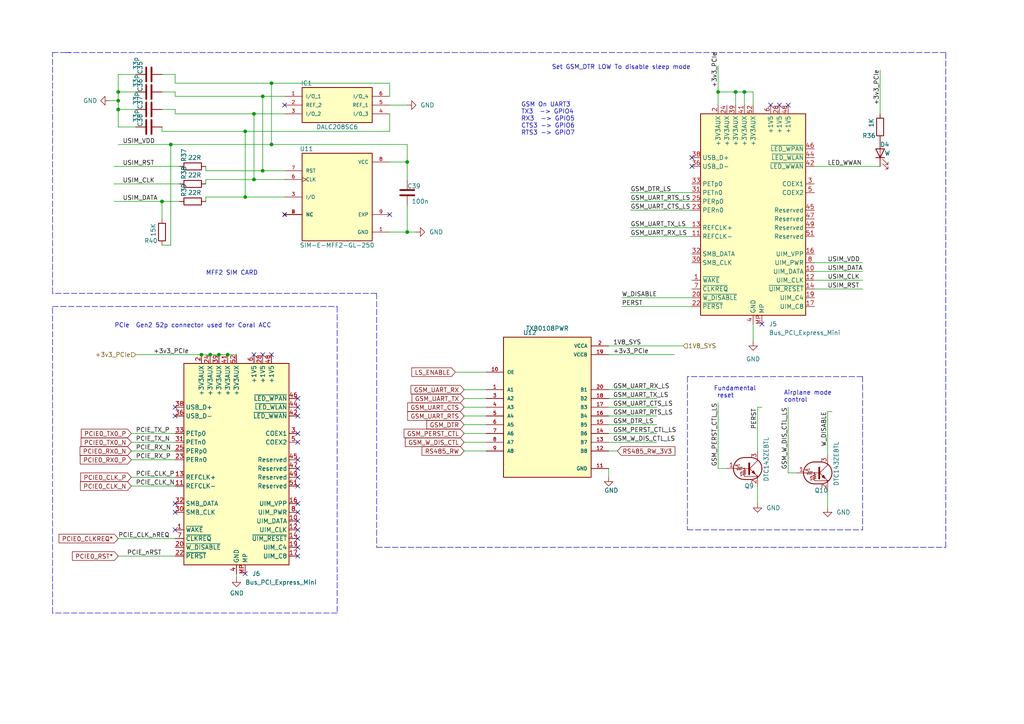
<source format=kicad_sch>
(kicad_sch (version 20211123) (generator eeschema)
  (paper "A4")
  (lib_symbols
    (symbol "Connector:Bus_PCI_Express_Mini"
      (property "Reference" "J" (at -16.51 31.75 0))
      (property "Value" "Bus_PCI_Express_Mini" (at 22.86 31.75 0))
      (symbol "Bus_PCI_Express_Mini_0_1"
        (rectangle (start -15.24 30.48) (end 15.24 -27.94) (stroke (width 0.254)) (fill (type background)))
      )
      (symbol "Bus_PCI_Express_Mini_1_1"
        (pin open_collector line (at -17.78 -17.78 0) (length 2.54) (name "~{WAKE}") (number "1"))
        (pin bidirectional line (at 17.78 -15.24 180) (length 2.54) (name "UIM_DATA") (number "10"))
        (pin input line (at -17.78 -5.08 0) (length 2.54) (name "REFCLK-") (number "11"))
        (pin output line (at 17.78 -17.78 180) (length 2.54) (name "UIM_CLK") (number "12"))
        (pin input line (at -17.78 -2.54 0) (length 2.54) (name "REFCLK+") (number "13"))
        (pin output line (at 17.78 -20.32 180) (length 2.54) (name "~{UIM_RESET}") (number "14"))
        (pin passive line (at 0 -30.48 90) (length 2.54) hide (name "GND") (number "15"))
        (pin power_out line (at 17.78 -10.16 180) (length 2.54) (name "UIM_VPP") (number "16"))
        (pin passive line (at 17.78 -25.4 180) (length 2.54) (name "UIM_C8") (number "17"))
        (pin passive line (at 0 -30.48 90) (length 2.54) hide (name "GND") (number "18"))
        (pin passive line (at 17.78 -22.86 180) (length 2.54) (name "UIM_C4") (number "19"))
        (pin power_in line (at -10.16 33.02 270) (length 2.54) (name "+3V3AUX") (number "2"))
        (pin input line (at -17.78 -22.86 0) (length 2.54) (name "~{W_DISABLE}") (number "20"))
        (pin passive line (at 0 -30.48 90) (length 2.54) hide (name "GND") (number "21"))
        (pin input line (at -17.78 -25.4 0) (length 2.54) (name "~{PERST}") (number "22"))
        (pin output line (at -17.78 2.54 0) (length 2.54) (name "PERn0") (number "23"))
        (pin power_in line (at -7.62 33.02 270) (length 2.54) (name "+3V3AUX") (number "24"))
        (pin output line (at -17.78 5.08 0) (length 2.54) (name "PERp0") (number "25"))
        (pin passive line (at 0 -30.48 90) (length 2.54) hide (name "GND") (number "26"))
        (pin passive line (at 0 -30.48 90) (length 2.54) hide (name "GND") (number "27"))
        (pin power_in line (at 7.62 33.02 270) (length 2.54) (name "+1V5") (number "28"))
        (pin passive line (at 0 -30.48 90) (length 2.54) hide (name "GND") (number "29"))
        (pin passive line (at 17.78 10.16 180) (length 2.54) (name "COEX1") (number "3"))
        (pin input line (at -17.78 -12.7 0) (length 2.54) (name "SMB_CLK") (number "30"))
        (pin input line (at -17.78 7.62 0) (length 2.54) (name "PETn0") (number "31"))
        (pin bidirectional line (at -17.78 -10.16 0) (length 2.54) (name "SMB_DATA") (number "32"))
        (pin input line (at -17.78 10.16 0) (length 2.54) (name "PETp0") (number "33"))
        (pin passive line (at 0 -30.48 90) (length 2.54) hide (name "GND") (number "34"))
        (pin passive line (at 0 -30.48 90) (length 2.54) hide (name "GND") (number "35"))
        (pin bidirectional line (at -17.78 15.24 0) (length 2.54) (name "USB_D-") (number "36"))
        (pin passive line (at 0 -30.48 90) (length 2.54) hide (name "GND") (number "37"))
        (pin bidirectional line (at -17.78 17.78 0) (length 2.54) (name "USB_D+") (number "38"))
        (pin power_in line (at -5.08 33.02 270) (length 2.54) (name "+3V3AUX") (number "39"))
        (pin power_in line (at 0 -30.48 90) (length 2.54) (name "GND") (number "4"))
        (pin passive line (at 0 -30.48 90) (length 2.54) hide (name "GND") (number "40"))
        (pin power_in line (at -2.54 33.02 270) (length 2.54) (name "+3V3AUX") (number "41"))
        (pin open_collector line (at 17.78 15.24 180) (length 2.54) (name "~{LED_WWAN}") (number "42"))
        (pin passive line (at 0 -30.48 90) (length 2.54) hide (name "GND") (number "43"))
        (pin open_collector line (at 17.78 17.78 180) (length 2.54) (name "~{LED_WLAN}") (number "44"))
        (pin passive line (at 17.78 2.54 180) (length 2.54) (name "Reserved") (number "45"))
        (pin open_collector line (at 17.78 20.32 180) (length 2.54) (name "~{LED_WPAN}") (number "46"))
        (pin passive line (at 17.78 0 180) (length 2.54) (name "Reserved") (number "47"))
        (pin power_in line (at 10.16 33.02 270) (length 2.54) (name "+1V5") (number "48"))
        (pin passive line (at 17.78 -2.54 180) (length 2.54) (name "Reserved") (number "49"))
        (pin passive line (at 17.78 7.62 180) (length 2.54) (name "COEX2") (number "5"))
        (pin passive line (at 0 -30.48 90) (length 2.54) hide (name "GND") (number "50"))
        (pin passive line (at 17.78 -5.08 180) (length 2.54) (name "Reserved") (number "51"))
        (pin power_in line (at 0 33.02 270) (length 2.54) (name "+3V3AUX") (number "52"))
        (pin power_in line (at 5.08 33.02 270) (length 2.54) (name "+1V5") (number "6"))
        (pin open_collector line (at -17.78 -20.32 0) (length 2.54) (name "~{CLKREQ}") (number "7"))
        (pin power_out line (at 17.78 -12.7 180) (length 2.54) (name "UIM_PWR") (number "8"))
        (pin passive line (at 0 -30.48 90) (length 2.54) hide (name "GND") (number "9"))
        (pin passive line (at 2.54 -30.48 90) (length 2.54) (name "MP") (number "MP"))
      )
    )
    (symbol "DALC208SC6:DALC208SC6" (pin_names (offset 1.016))
      (property "Reference" "IC" (at 26.67 7.62 0))
      (property "Value" "DALC208SC6" (at 26.67 5.08 0))
      (symbol "DALC208SC6_0_0"
        (rectangle (start 5.08 -7.62) (end 25.4 2.54) (stroke (width 0.254)) (fill (type background)))
        (pin bidirectional line (at 0 0 0) (length 5.08) (name "I/O_1") (number "1"))
        (pin bidirectional line (at 0 -2.54 0) (length 5.08) (name "REF_2") (number "2"))
        (pin bidirectional line (at 0 -5.08 0) (length 5.08) (name "I/O_2") (number "3"))
        (pin bidirectional line (at 30.48 -5.08 180) (length 5.08) (name "I/O_3") (number "4"))
        (pin bidirectional line (at 30.48 -2.54 180) (length 5.08) (name "REF_1") (number "5"))
        (pin bidirectional line (at 30.48 0 180) (length 5.08) (name "I/O_4") (number "6"))
      )
    )
    (symbol "Device:C" (pin_numbers hide) (pin_names (offset 0.254))
      (property "Reference" "C" (at 0.635 2.54 0))
      (property "Value" "C" (at 0.635 -2.54 0))
      (symbol "C_0_1"
        (polyline (pts (xy -2.032 -0.762) (xy 2.032 -0.762)) (stroke (width 0.508)))
        (polyline (pts (xy -2.032 0.762) (xy 2.032 0.762)) (stroke (width 0.508)))
      )
      (symbol "C_1_1"
        (pin passive line (at 0 3.81 270) (length 2.794) (name "~") (number "1"))
        (pin passive line (at 0 -3.81 90) (length 2.794) (name "~") (number "2"))
      )
    )
    (symbol "Device:LED" (pin_numbers hide) (pin_names (offset 1.016) hide)
      (property "Reference" "D" (at 0 2.54 0))
      (property "Value" "LED" (at 0 -2.54 0))
      (symbol "LED_0_1"
        (polyline (pts (xy -1.27 -1.27) (xy -1.27 1.27)) (stroke (width 0.254)))
        (polyline (pts (xy -1.27 0) (xy 1.27 0)))
        (polyline (pts (xy 1.27 -1.27) (xy 1.27 1.27) (xy -1.27 0) (xy 1.27 -1.27)) (stroke (width 0.254)))
        (polyline (pts (xy -3.048 -0.762) (xy -4.572 -2.286) (xy -3.81 -2.286) (xy -4.572 -2.286) (xy -4.572 -1.524)))
        (polyline (pts (xy -1.778 -0.762) (xy -3.302 -2.286) (xy -2.54 -2.286) (xy -3.302 -2.286) (xy -3.302 -1.524)))
      )
      (symbol "LED_1_1"
        (pin passive line (at -3.81 0 0) (length 2.54) (name "K") (number "1"))
        (pin passive line (at 3.81 0 180) (length 2.54) (name "A") (number "2"))
      )
    )
    (symbol "Device:R" (pin_numbers hide) (pin_names (offset 0))
      (property "Reference" "R" (at 2.032 0 90))
      (property "Value" "R" (at 0 0 90))
      (symbol "R_0_1"
        (rectangle (start -1.016 -2.54) (end 1.016 2.54) (stroke (width 0.254)))
      )
      (symbol "R_1_1"
        (pin passive line (at 0 3.81 270) (length 1.27) (name "~") (number "1"))
        (pin passive line (at 0 -3.81 90) (length 1.27) (name "~") (number "2"))
      )
    )
    (symbol "SIM-E-MFF2-GL-250:SIM-E-MFF2-GL-250" (pin_names (offset 1.016))
      (property "Reference" "U" (at -10.16 13.462 0))
      (property "Value" "SIM-E-MFF2-GL-250" (at -10.16 -15.24 0))
      (symbol "SIM-E-MFF2-GL-250_0_0"
        (rectangle (start -10.16 -12.7) (end 10.16 12.7) (stroke (width 0.254)) (fill (type background)))
        (pin power_in line (at 15.24 -10.16 180) (length 5.08) (name "GND") (number "1"))
        (pin no_connect line (at -15.24 -5.08 0) (length 5.08) (name "NC") (number "2"))
        (pin bidirectional line (at -15.24 0 0) (length 5.08) (name "I/O") (number "3"))
        (pin no_connect line (at -15.24 -5.08 0) (length 5.08) (name "NC") (number "4"))
        (pin no_connect line (at -15.24 -5.08 0) (length 5.08) (name "NC") (number "5"))
        (pin input clock (at -15.24 5.08 0) (length 5.08) (name "CLK") (number "6"))
        (pin input line (at -15.24 7.62 0) (length 5.08) (name "RST") (number "7"))
        (pin power_in line (at 15.24 10.16 180) (length 5.08) (name "VCC") (number "8"))
        (pin passive line (at 15.24 -5.08 180) (length 5.08) (name "EXP") (number "9"))
      )
    )
    (symbol "TXB0108PWR:TXB0108PWR" (pin_names (offset 1.016))
      (property "Reference" "U" (at -12.7 23.86 0))
      (property "Value" "TXB0108PWR" (at -12.7 -21.78 0))
      (symbol "TXB0108PWR_0_0"
        (rectangle (start -12.7 -17.78) (end 12.7 22.86) (stroke (width 0.254)) (fill (type background)))
        (pin bidirectional line (at -17.78 7.62 0) (length 5.08) (name "A1") (number "1"))
        (pin input line (at -17.78 12.7 0) (length 5.08) (name "OE") (number "10"))
        (pin power_in line (at 17.78 -15.24 180) (length 5.08) (name "GND") (number "11"))
        (pin bidirectional line (at 17.78 -10.16 180) (length 5.08) (name "B8") (number "12"))
        (pin bidirectional line (at 17.78 -7.62 180) (length 5.08) (name "B7") (number "13"))
        (pin bidirectional line (at 17.78 -5.08 180) (length 5.08) (name "B6") (number "14"))
        (pin bidirectional line (at 17.78 -2.54 180) (length 5.08) (name "B5") (number "15"))
        (pin bidirectional line (at 17.78 0 180) (length 5.08) (name "B4") (number "16"))
        (pin bidirectional line (at 17.78 2.54 180) (length 5.08) (name "B3") (number "17"))
        (pin bidirectional line (at 17.78 5.08 180) (length 5.08) (name "B2") (number "18"))
        (pin power_in line (at 17.78 17.78 180) (length 5.08) (name "VCCB") (number "19"))
        (pin power_in line (at 17.78 20.32 180) (length 5.08) (name "VCCA") (number "2"))
        (pin bidirectional line (at 17.78 7.62 180) (length 5.08) (name "B1") (number "20"))
        (pin bidirectional line (at -17.78 5.08 0) (length 5.08) (name "A2") (number "3"))
        (pin bidirectional line (at -17.78 2.54 0) (length 5.08) (name "A3") (number "4"))
        (pin bidirectional line (at -17.78 0 0) (length 5.08) (name "A4") (number "5"))
        (pin bidirectional line (at -17.78 -2.54 0) (length 5.08) (name "A5") (number "6"))
        (pin bidirectional line (at -17.78 -5.08 0) (length 5.08) (name "A6") (number "7"))
        (pin bidirectional line (at -17.78 -7.62 0) (length 5.08) (name "A7") (number "8"))
        (pin bidirectional line (at -17.78 -10.16 0) (length 5.08) (name "A8") (number "9"))
      )
    )
    (symbol "Transistor_BJT:DTC143Z" (pin_names (offset 0) hide)
      (property "Reference" "Q" (at 5.08 1.905 0))
      (property "Value" "DTC143Z" (at 5.08 0 0))
      (symbol "DTC143Z_0_0"
        (text "47k" (at -2.159 -1.524 900) (effects (font (size 0.508 0.508))))
        (text "4k7" (at -3.302 0.889 0) (effects (font (size 0.508 0.508))))
      )
      (symbol "DTC143Z_0_1"
        (circle (center -1.27 0) (radius 0.127))
        (arc (start -1.27 3.175) (mid -4.445 0) (end -1.27 -3.175) (stroke (width 0.254)))
        (polyline (pts (xy -3.429 0) (xy -3.81 0)))
        (polyline (pts (xy -1.27 -3.175) (xy 0.635 -3.175)) (stroke (width 0.254)))
        (polyline (pts (xy -1.27 3.175) (xy 0.635 3.175)) (stroke (width 0.254)))
        (polyline (pts (xy 0 -0.254) (xy 2.54 2.286)))
        (polyline (pts (xy 0.127 1.524) (xy 0.127 -1.651)) (stroke (width 0.508)) (fill (type outline)))
        (polyline (pts (xy 2.54 2.286) (xy 2.54 2.54)))
        (polyline (pts (xy 2.54 -2.286) (xy 0 0.254) (xy 0 0.254)))
        (polyline (pts (xy 0.889 -1.143) (xy 1.397 -0.635) (xy 1.905 -1.651) (xy 0.889 -1.143)) (fill (type outline)))
        (polyline (pts (xy 0 0) (xy -1.905 0) (xy -2.032 0.508) (xy -2.286 -0.508) (xy -2.54 0.508) (xy -2.794 -0.508) (xy -3.048 0.508) (xy -3.302 -0.508) (xy -3.429 0)))
        (polyline (pts (xy -1.27 0) (xy -1.27 -0.381) (xy -0.762 -0.508) (xy -1.778 -0.762) (xy -0.762 -1.016) (xy -1.778 -1.27) (xy -0.762 -1.524) (xy -1.778 -1.778) (xy -1.27 -1.905) (xy -1.27 -2.286) (xy 2.54 -2.286)))
        (arc (start 0.635 -3.175) (mid 3.81 0) (end 0.635 3.175) (stroke (width 0.254)))
        (circle (center 2.54 -2.286) (radius 0.127))
      )
      (symbol "DTC143Z_1_1"
        (pin input line (at -6.35 0 0) (length 2.54) (name "B") (number "1"))
        (pin passive line (at 2.54 -5.08 90) (length 2.54) (name "E") (number "2"))
        (pin passive line (at 2.54 5.08 270) (length 2.54) (name "C") (number "3"))
      )
    )
    (symbol "power:GND" (power) (pin_names (offset 0))
      (property "Value" "GND" (at 0 -3.81 0))
      (symbol "GND_0_1"
        (polyline (pts (xy 0 0) (xy 0 -1.27) (xy 1.27 -1.27) (xy 0 -2.54) (xy -1.27 -1.27) (xy 0 -1.27)))
      )
      (symbol "GND_1_1"
        (pin power_in line (at 0 0 270) (length 0) hide (name "GND") (number "1"))
      )
    )
  )
  (junction (at 78.74 41.91))
  (junction (at 46.99 58.42))
  (junction (at 215.9 26.67))
  (junction (at 34.29 26.67))
  (junction (at 208.28 26.67))
  (junction (at 34.29 31.75))
  (junction (at 213.36 26.67))
  (junction (at 118.11 67.31))
  (junction (at 76.2 27.94))
  (junction (at 71.12 57.15))
  (junction (at 78.74 24.13))
  (junction (at 118.11 46.99))
  (junction (at 49.53 41.91))
  (junction (at 73.66 33.02))
  (junction (at 76.2 49.53))
  (junction (at 63.5 102.87))
  (junction (at 34.29 29.21))
  (junction (at 58.42 102.87))
  (junction (at 73.66 52.07))
  (junction (at 60.96 102.87))
  (junction (at 71.12 38.1))
  (junction (at 66.04 102.87))
  (no_connect (at 50.8 120.65))
  (no_connect (at 76.2 102.87))
  (no_connect (at 50.8 118.11))
  (no_connect (at 86.36 153.67))
  (no_connect (at 86.36 156.21))
  (no_connect (at 86.36 138.43))
  (no_connect (at 86.36 161.29))
  (no_connect (at 86.36 140.97))
  (no_connect (at 220.98 93.98))
  (no_connect (at 86.36 133.35))
  (no_connect (at 86.36 125.73))
  (no_connect (at 71.12 166.37))
  (no_connect (at 86.36 120.65))
  (no_connect (at 86.36 115.57))
  (no_connect (at 223.52 30.48))
  (no_connect (at 73.66 102.87))
  (no_connect (at 82.55 62.23))
  (no_connect (at 78.74 102.87))
  (no_connect (at 82.55 30.48))
  (no_connect (at 86.36 151.13))
  (no_connect (at 86.36 118.11))
  (no_connect (at 200.66 45.72))
  (no_connect (at 86.36 128.27))
  (no_connect (at 113.03 62.23))
  (no_connect (at 50.8 146.05))
  (no_connect (at 50.8 153.67))
  (no_connect (at 86.36 158.75))
  (no_connect (at 50.8 148.59))
  (no_connect (at 226.06 30.48))
  (no_connect (at 86.36 146.05))
  (no_connect (at 228.6 30.48))
  (no_connect (at 200.66 48.26))
  (no_connect (at 86.36 135.89))
  (no_connect (at 86.36 148.59))
  (wire (pts (xy 76.2 27.94) (xy 82.55 27.94)))
  (polyline (pts (xy 274.32 158.75) (xy 274.32 15.24)))
  (wire (pts (xy 134.62 118.11) (xy 140.97 118.11)))
  (wire (pts (xy 208.28 26.67) (xy 208.28 30.48)))
  (wire (pts (xy 50.8 24.13) (xy 78.74 24.13)))
  (wire (pts (xy 46.99 71.12) (xy 49.53 71.12)))
  (wire (pts (xy 134.62 125.73) (xy 140.97 125.73)))
  (wire (pts (xy 118.11 52.07) (xy 118.11 46.99)))
  (polyline (pts (xy 250.19 109.22) (xy 199.39 109.22)))
  (wire (pts (xy 78.74 41.91) (xy 78.74 24.13)))
  (wire (pts (xy 76.2 49.53) (xy 76.2 27.94)))
  (wire (pts (xy 215.9 26.67) (xy 213.36 26.67)))
  (wire (pts (xy 208.28 116.84) (xy 208.28 135.89)))
  (polyline (pts (xy 15.24 177.8) (xy 15.24 88.9)))
  (wire (pts (xy 208.28 19.05) (xy 208.28 26.67)))
  (wire (pts (xy 132.08 107.95) (xy 140.97 107.95)))
  (wire (pts (xy 34.29 41.91) (xy 49.53 41.91)))
  (wire (pts (xy 59.69 49.53) (xy 59.69 48.26)))
  (polyline (pts (xy 139.7 15.24) (xy 137.16 15.24)))
  (wire (pts (xy 60.96 102.87) (xy 63.5 102.87)))
  (wire (pts (xy 49.53 41.91) (xy 78.74 41.91)))
  (wire (pts (xy 34.29 26.67) (xy 39.37 26.67)))
  (wire (pts (xy 236.22 78.74) (xy 250.19 78.74)))
  (wire (pts (xy 236.22 76.2) (xy 250.19 76.2)))
  (wire (pts (xy 59.69 57.15) (xy 71.12 57.15)))
  (polyline (pts (xy 97.79 177.8) (xy 15.24 177.8)))
  (wire (pts (xy 38.1 130.81) (xy 50.8 130.81)))
  (wire (pts (xy 182.88 58.42) (xy 200.66 58.42)))
  (wire (pts (xy 59.69 52.07) (xy 73.66 52.07)))
  (wire (pts (xy 182.88 60.96) (xy 200.66 60.96)))
  (polyline (pts (xy 250.19 109.22) (xy 250.19 153.67)))
  (polyline (pts (xy 109.22 85.09) (xy 109.22 158.75)))
  (polyline (pts (xy 97.79 88.9) (xy 97.79 177.8)))
  (wire (pts (xy 176.53 120.65) (xy 190.5 120.65)))
  (wire (pts (xy 176.53 100.33) (xy 198.12 100.33)))
  (wire (pts (xy 82.55 52.07) (xy 73.66 52.07)))
  (wire (pts (xy 73.66 33.02) (xy 82.55 33.02)))
  (wire (pts (xy 39.37 102.87) (xy 58.42 102.87)))
  (wire (pts (xy 134.62 123.19) (xy 140.97 123.19)))
  (wire (pts (xy 46.99 38.1) (xy 71.12 38.1)))
  (wire (pts (xy 59.69 57.15) (xy 59.69 58.42)))
  (wire (pts (xy 228.6 118.11) (xy 228.6 137.16)))
  (wire (pts (xy 179.07 130.81) (xy 176.53 130.81)))
  (wire (pts (xy 176.53 135.89) (xy 176.53 138.43)))
  (wire (pts (xy 180.34 86.36) (xy 200.66 86.36)))
  (wire (pts (xy 134.62 130.81) (xy 140.97 130.81)))
  (wire (pts (xy 34.29 36.83) (xy 34.29 31.75)))
  (wire (pts (xy 50.8 21.59) (xy 46.99 21.59)))
  (polyline (pts (xy 15.24 85.09) (xy 15.24 15.24)))
  (wire (pts (xy 118.11 46.99) (xy 118.11 41.91)))
  (wire (pts (xy 78.74 24.13) (xy 113.03 24.13)))
  (wire (pts (xy 58.42 102.87) (xy 60.96 102.87)))
  (wire (pts (xy 240.03 132.08) (xy 240.03 119.38)))
  (wire (pts (xy 118.11 67.31) (xy 113.03 67.31)))
  (wire (pts (xy 208.28 26.67) (xy 213.36 26.67)))
  (wire (pts (xy 182.88 66.04) (xy 200.66 66.04)))
  (wire (pts (xy 78.74 41.91) (xy 118.11 41.91)))
  (wire (pts (xy 39.37 21.59) (xy 34.29 21.59)))
  (wire (pts (xy 31.75 29.21) (xy 34.29 29.21)))
  (wire (pts (xy 34.29 31.75) (xy 34.29 29.21)))
  (wire (pts (xy 219.71 130.81) (xy 219.71 118.11)))
  (wire (pts (xy 50.8 27.94) (xy 76.2 27.94)))
  (wire (pts (xy 236.22 81.28) (xy 250.19 81.28)))
  (wire (pts (xy 68.58 167.64) (xy 68.58 166.37)))
  (polyline (pts (xy 109.22 85.09) (xy 15.24 85.09)))
  (wire (pts (xy 33.02 48.26) (xy 52.07 48.26)))
  (polyline (pts (xy 139.7 15.24) (xy 139.7 15.24)))
  (wire (pts (xy 50.8 33.02) (xy 73.66 33.02)))
  (wire (pts (xy 38.1 128.27) (xy 50.8 128.27)))
  (wire (pts (xy 218.44 26.67) (xy 215.9 26.67)))
  (wire (pts (xy 134.62 128.27) (xy 140.97 128.27)))
  (wire (pts (xy 240.03 119.38) (xy 241.3 119.38)))
  (wire (pts (xy 38.1 133.35) (xy 50.8 133.35)))
  (wire (pts (xy 66.04 102.87) (xy 68.58 102.87)))
  (wire (pts (xy 118.11 46.99) (xy 113.03 46.99)))
  (wire (pts (xy 71.12 38.1) (xy 113.03 38.1)))
  (wire (pts (xy 134.62 120.65) (xy 140.97 120.65)))
  (wire (pts (xy 49.53 71.12) (xy 49.53 41.91)))
  (wire (pts (xy 118.11 30.48) (xy 113.03 30.48)))
  (wire (pts (xy 180.34 88.9) (xy 200.66 88.9)))
  (polyline (pts (xy 19.05 15.24) (xy 137.16 15.24)))
  (polyline (pts (xy 109.22 158.75) (xy 274.32 158.75)))
  (wire (pts (xy 73.66 52.07) (xy 73.66 33.02)))
  (wire (pts (xy 219.71 118.11) (xy 220.98 118.11)))
  (wire (pts (xy 176.53 115.57) (xy 190.5 115.57)))
  (wire (pts (xy 82.55 57.15) (xy 71.12 57.15)))
  (wire (pts (xy 50.8 27.94) (xy 50.8 26.67)))
  (wire (pts (xy 33.02 53.34) (xy 52.07 53.34)))
  (wire (pts (xy 34.29 21.59) (xy 34.29 26.67)))
  (wire (pts (xy 182.88 55.88) (xy 200.66 55.88)))
  (wire (pts (xy 255.27 20.32) (xy 255.27 33.02)))
  (wire (pts (xy 50.8 24.13) (xy 50.8 21.59)))
  (wire (pts (xy 71.12 57.15) (xy 71.12 38.1)))
  (wire (pts (xy 39.37 31.75) (xy 34.29 31.75)))
  (wire (pts (xy 176.53 102.87) (xy 195.58 102.87)))
  (wire (pts (xy 120.65 67.31) (xy 118.11 67.31)))
  (wire (pts (xy 176.53 118.11) (xy 190.5 118.11)))
  (wire (pts (xy 46.99 58.42) (xy 46.99 63.5)))
  (wire (pts (xy 113.03 27.94) (xy 113.03 24.13)))
  (wire (pts (xy 34.29 161.29) (xy 50.8 161.29)))
  (wire (pts (xy 33.02 58.42) (xy 46.99 58.42)))
  (wire (pts (xy 236.22 48.26) (xy 255.27 48.26)))
  (wire (pts (xy 208.28 135.89) (xy 210.82 135.89)))
  (wire (pts (xy 63.5 102.87) (xy 66.04 102.87)))
  (wire (pts (xy 219.71 146.05) (xy 219.71 140.97)))
  (wire (pts (xy 46.99 38.1) (xy 46.99 36.83)))
  (wire (pts (xy 236.22 83.82) (xy 250.19 83.82)))
  (wire (pts (xy 215.9 30.48) (xy 215.9 26.67)))
  (wire (pts (xy 59.69 49.53) (xy 76.2 49.53)))
  (wire (pts (xy 182.88 68.58) (xy 200.66 68.58)))
  (wire (pts (xy 134.62 113.03) (xy 140.97 113.03)))
  (polyline (pts (xy 15.24 15.24) (xy 20.32 15.24)))
  (polyline (pts (xy 199.39 153.67) (xy 250.19 153.67)))
  (wire (pts (xy 46.99 26.67) (xy 50.8 26.67)))
  (polyline (pts (xy 15.24 88.9) (xy 97.79 88.9)))
  (polyline (pts (xy 274.32 15.24) (xy 139.7 15.24)))
  (wire (pts (xy 82.55 49.53) (xy 76.2 49.53)))
  (wire (pts (xy 50.8 31.75) (xy 46.99 31.75)))
  (wire (pts (xy 34.29 156.21) (xy 50.8 156.21)))
  (wire (pts (xy 50.8 33.02) (xy 50.8 31.75)))
  (wire (pts (xy 34.29 29.21) (xy 34.29 26.67)))
  (wire (pts (xy 118.11 59.69) (xy 118.11 67.31)))
  (wire (pts (xy 113.03 33.02) (xy 113.03 38.1)))
  (wire (pts (xy 39.37 36.83) (xy 34.29 36.83)))
  (wire (pts (xy 176.53 123.19) (xy 190.5 123.19)))
  (wire (pts (xy 218.44 99.06) (xy 218.44 93.98)))
  (wire (pts (xy 240.03 147.32) (xy 240.03 142.24)))
  (wire (pts (xy 38.1 140.97) (xy 50.8 140.97)))
  (wire (pts (xy 46.99 58.42) (xy 52.07 58.42)))
  (wire (pts (xy 218.44 30.48) (xy 218.44 26.67)))
  (polyline (pts (xy 199.39 109.22) (xy 199.39 153.67)))
  (wire (pts (xy 134.62 115.57) (xy 140.97 115.57)))
  (wire (pts (xy 213.36 30.48) (xy 213.36 26.67)))
  (wire (pts (xy 176.53 128.27) (xy 190.5 128.27)))
  (wire (pts (xy 228.6 137.16) (xy 231.14 137.16)))
  (wire (pts (xy 38.1 125.73) (xy 50.8 125.73)))
  (wire (pts (xy 59.69 52.07) (xy 59.69 53.34)))
  (wire (pts (xy 38.1 138.43) (xy 50.8 138.43)))
  (wire (pts (xy 176.53 113.03) (xy 190.5 113.03)))
  (wire (pts (xy 176.53 125.73) (xy 190.5 125.73)))
  (text "GSM On UART3 \nTX3  -> GPIO4\nRX3  -> GPIO5\nCTS3 -> GPIO6\nRTS3 -> GPIO7" (at 151.13 39.37 0) (effects (font (size 1.27 1.27)) (justify left bottom)))
  (text "Fundamental\n reset" (at 207.01 115.57 0) (effects (font (size 1.27 1.27)) (justify left bottom)))
  (text "Airplane mode\ncontrol" (at 227.33 116.84 0) (effects (font (size 1.27 1.27)) (justify left bottom)))
  (text "PCIe  Gen2 52p connector used for Coral ACC" (at 78.74 95.25 180) (effects (font (size 1.27 1.27)) (justify right bottom)))
  (text "Set GSM_DTR LOW To disable sleep mode" (at 160.02 20.32 0) (effects (font (size 1.27 1.27)) (justify left bottom)))
  (text "MFF2 SIM CARD " (at 59.69 80.01 0) (effects (font (size 1.27 1.27)) (justify left bottom)))
  (label "USIM_VDD" (at 35.56 41.91 0))
  (label "PERST" (at 180.34 88.9 0))
  (label "PERST" (at 219.71 124.46 90))
  (label "LED_WWAN" (at 240.03 48.26 0))
  (label "USIM_CLK" (at 35.56 53.34 0))
  (label "+3v3_PCIe" (at 255.27 30.48 90))
  (label "PCIE_TX_P" (at 39.37 125.73 0))
  (label "GSM_DTR_LS" (at 182.88 55.88 0))
  (label "GSM_UART_RTS_LS" (at 182.88 58.42 0))
  (label "USIM_DATA" (at 240.03 78.74 0))
  (label "W_DISABLE" (at 180.34 86.36 0))
  (label "GSM_DTR_LS" (at 177.8 123.19 0))
  (label "GSM_PERST_CTL_LS" (at 208.28 116.84 270))
  (label "W_DISABLE" (at 240.03 129.54 90))
  (label "PCIE_CLK_N" (at 39.37 140.97 0))
  (label "GSM_UART_TX_LS" (at 182.88 66.04 0))
  (label "USIM_RST" (at 240.03 83.82 0))
  (label "GSM_W_DIS_CTL_LS" (at 177.8 128.27 0))
  (label "+3v3_PCIe" (at 44.45 102.87 0))
  (label "GSM_W_DIS_CTL_LS" (at 228.6 118.11 270))
  (label "PCIE_CLK_P" (at 39.37 138.43 0))
  (label "+3v3_PCIe" (at 177.8 102.87 0))
  (label "PCIE_RX_N" (at 39.37 130.81 0))
  (label "PCIE_RX_P" (at 39.37 133.35 0))
  (label "PCIE_TX_N" (at 39.37 128.27 0))
  (label "GSM_PERST_CTL_LS" (at 177.8 125.73 0))
  (label "USIM_VDD" (at 240.03 76.2 0))
  (label "USIM_RST" (at 35.56 48.26 0))
  (label "USIM_DATA" (at 35.56 58.42 0))
  (label "GSM_UART_RTS_LS" (at 177.8 120.65 0))
  (label "1V8_SYS" (at 177.8 100.33 0))
  (label "GSM_UART_RX_LS" (at 182.88 68.58 0))
  (label "GSM_UART_TX_LS" (at 177.8 115.57 0))
  (label "PCIE_nRST" (at 36.83 161.29 0))
  (label "GSM_UART_CTS_LS" (at 177.8 118.11 0))
  (label "PCIE_CLK_nREQ" (at 34.29 156.21 0))
  (label "USIM_CLK" (at 240.03 81.28 0))
  (label "+3v3_PCIe" (at 208.28 25.4 90))
  (label "GSM_UART_RX_LS" (at 177.8 113.03 0))
  (label "GSM_UART_CTS_LS" (at 182.88 60.96 0))
  (global_label "GSM_UART_RX" (shape input) (at 134.62 113.03 180) (property "Intersheet References" "${INTERSHEET_REFS}" (effects hide)))
  (global_label "GSM_UART_CTS" (shape input) (at 134.62 118.11 180) (property "Intersheet References" "${INTERSHEET_REFS}" (effects hide)))
  (global_label "PCIE0_TX0_P" (shape input) (at 38.1 125.73 180) (property "Intersheet References" "${INTERSHEET_REFS}" (effects hide)))
  (global_label "GSM_PERST_CTL" (shape input) (at 134.62 125.73 180) (property "Intersheet References" "${INTERSHEET_REFS}" (effects hide)))
  (global_label "PCIE0_RX0_N" (shape input) (at 38.1 130.81 180) (property "Intersheet References" "${INTERSHEET_REFS}" (effects hide)))
  (global_label "PCIE0_CLK_P" (shape input) (at 38.1 138.43 180) (property "Intersheet References" "${INTERSHEET_REFS}" (effects hide)))
  (global_label "PCIE0_RST*" (shape input) (at 34.29 161.29 180) (property "Intersheet References" "${INTERSHEET_REFS}" (effects hide)))
  (global_label "GSM_DTR" (shape input) (at 134.62 123.19 180) (property "Intersheet References" "${INTERSHEET_REFS}" (effects hide)))
  (global_label "GSM_W_DIS_CTL" (shape input) (at 134.62 128.27 180) (property "Intersheet References" "${INTERSHEET_REFS}" (effects hide)))
  (global_label "GSM_UART_RTS" (shape input) (at 134.62 120.65 180) (property "Intersheet References" "${INTERSHEET_REFS}" (effects hide)))
  (global_label "PCIE0_CLK_N" (shape input) (at 38.1 140.97 180) (property "Intersheet References" "${INTERSHEET_REFS}" (effects hide)))
  (global_label "PCIE0_CLKREQ*" (shape input) (at 34.29 156.21 180) (property "Intersheet References" "${INTERSHEET_REFS}" (effects hide)))
  (global_label "GSM_UART_TX" (shape input) (at 134.62 115.57 180) (property "Intersheet References" "${INTERSHEET_REFS}" (effects hide)))
  (global_label "PCIE0_TX0_N" (shape input) (at 38.1 128.27 180) (property "Intersheet References" "${INTERSHEET_REFS}" (effects hide)))
  (global_label "PCIE0_RX0_P" (shape input) (at 38.1 133.35 180) (property "Intersheet References" "${INTERSHEET_REFS}" (effects hide)))
  (global_label "RS485_RW_3V3" (shape input) (at 179.07 130.81 0) (property "Intersheet References" "${INTERSHEET_REFS}" (effects hide)))
  (global_label "RS485_RW" (shape input) (at 134.62 130.81 180) (property "Intersheet References" "${INTERSHEET_REFS}" (effects hide)))
  (global_label "LS_ENABLE" (shape input) (at 132.08 107.95 180) (property "Intersheet References" "${INTERSHEET_REFS}" (effects hide)))
  (hierarchical_label "1V8_SYS" (shape input) (at 198.12 100.33 0))
  (hierarchical_label "+3v3_PCIe" (shape input) (at 39.37 102.87 180))
  (symbol (lib_id "Connector:Bus_PCI_Express_Mini") (at 218.44 63.5 0) (unit 1)
    (property "Reference" "J5" (at 222.9994 93.98 0) (effects (justify left)))
    (property "Value" "Bus_PCI_Express_Mini" (at 222.9994 96.52 0) (effects (justify left)))
    (property "Footprint" "EXT-LIB:Quectel_EG25-G_Mini_PCIe" (effects hide))
    (property "LCSC" "C266899" (effects hide))
  )
  (symbol (lib_id "power:GND") (at 118.11 30.48 90) (unit 1)
    (property "Reference" "#PWR0155" (effects hide))
    (property "Value" "GND" (at 121.92 30.4799 90) (effects (justify right)))
  )
  (symbol (lib_id "power:GND") (at 240.03 147.32 0) (unit 1)
    (property "Reference" "#PWR0151" (effects hide))
    (property "Value" "GND" (at 242.57 148.5899 0) (effects (justify left)))
  )
  (symbol (lib_id "power:GND") (at 176.53 138.43 0) (unit 1)
    (property "Reference" "#PWR0153" (effects hide))
    (property "Value" "GND" (at 175.26 142.24 0) (effects (justify left)))
  )
  (symbol (lib_id "power:GND") (at 31.75 29.21 270) (unit 1)
    (property "Reference" "#PWR0156" (effects hide))
    (property "Value" "GND" (at 24.13 29.21 90) (effects (justify left)))
  )
  (symbol (lib_id "Transistor_BJT:DTC143Z") (at 237.49 137.16 0) (unit 1)
    (property "Reference" "Q10" (at 236.22 142.24 0) (effects (justify left)))
    (property "Value" "DTC143ZEBTL" (at 242.57 140.97 90) (effects (justify left)))
    (property "Footprint" "DTC143ZEBTL:SOTFL50P160X85-3N" (effects hide))
    (property "LCSC" "C308696" (effects hide))
  )
  (symbol (lib_id "Connector:Bus_PCI_Express_Mini") (at 68.58 135.89 0) (unit 1)
    (property "Reference" "J6" (at 73.1394 166.37 0) (effects (justify left)))
    (property "Value" "Bus_PCI_Express_Mini" (at 71.12 168.91 0) (effects (justify left)))
    (property "Footprint" "Connector_PCBEdge:BUS_PCI_Express_Mini_Half" (effects hide))
    (property "LCSC" "C266899" (effects hide))
  )
  (symbol (lib_id "power:GND") (at 218.44 99.06 0) (unit 1)
    (property "Reference" "#PWR0150" (effects hide))
    (property "Value" "GND" (at 218.44 104.14 0))
  )
  (symbol (lib_id "Device:R") (at 255.27 36.83 180) (unit 1)
    (property "Reference" "R36" (at 254 39.37 0) (effects (justify left)))
    (property "Value" "1K" (at 252.73 34.29 90) (effects (justify left)))
    (property "Footprint" "Resistor_SMD:R_0201_0603Metric" (effects hide))
    (property "Datasheet" "https://fscdn.rohm.com/en/products/databook/datasheet/passive/resistor/chip_resistor/mcr-e.pdf" (effects hide))
    (property "Field4" "Farnell" (effects hide))
    (property "Field5" "9239367" (effects hide))
    (property "Field7" "Rohm" (effects hide))
    (property "LCSC" "C131396" (effects hide))
  )
  (symbol (lib_id "Device:C") (at 43.18 21.59 90) (unit 1)
    (property "Reference" "C35" (at 40.64 21.59 0) (effects (justify left)))
    (property "Value" "33p" (at 39.37 20.32 0) (effects (justify left)))
    (property "Footprint" "Capacitor_SMD:C_0201_0603Metric" (effects hide))
    (property "Datasheet" "https://psearch.en.murata.com/capacitor/product/GRM155R62A104KE14%23.pdf" (effects hide))
    (property "Field4" "Farnell" (effects hide))
    (property "Field5" "2611907" (effects hide))
    (property "Field6" "GRM155R62A104KE14D" (effects hide))
    (property "Field7" "Murata" (effects hide))
    (property "LCSC" "C277477" (effects hide))
  )
  (symbol (lib_id "Device:R") (at 55.88 53.34 90) (unit 1)
    (property "Reference" "R38" (at 53.34 52.07 0) (effects (justify left)))
    (property "Value" "22R" (at 58.42 50.8 90) (effects (justify left)))
    (property "Footprint" "Resistor_SMD:R_0201_0603Metric" (effects hide))
    (property "Datasheet" "https://fscdn.rohm.com/en/products/databook/datasheet/passive/resistor/chip_resistor/mcr-e.pdf" (effects hide))
    (property "Field4" "Farnell" (effects hide))
    (property "Field5" "9239367" (effects hide))
    (property "Field7" "Rohm" (effects hide))
    (property "LCSC" "C155743" (effects hide))
  )
  (symbol (lib_id "SIM-E-MFF2-GL-250:SIM-E-MFF2-GL-250") (at 97.79 57.15 0) (unit 1)
    (property "Reference" "U11" (at 88.9 43.18 0))
    (property "Value" "SIM-E-MFF2-GL-250" (at 97.79 71.12 0))
    (property "Footprint" "SIM-E-MFF2-GL-250:PSON127P500X600X82-9N" (effects hide))
    (property "PARTREV" "V1.1" (effects hide))
    (property "MANUFACTURER" "Hologram" (effects hide))
    (property "MAXIMUM_PACKAGE_HEIGHT" "0.82mm" (effects hide))
    (property "STANDARD" "IPC 7351B" (effects hide))
  )
  (symbol (lib_id "Device:C") (at 43.18 31.75 90) (unit 1)
    (property "Reference" "C37" (at 40.64 31.75 0) (effects (justify left)))
    (property "Value" "33p" (at 39.37 30.48 0) (effects (justify left)))
    (property "Footprint" "Capacitor_SMD:C_0201_0603Metric" (effects hide))
    (property "Datasheet" "https://psearch.en.murata.com/capacitor/product/GRM155R62A104KE14%23.pdf" (effects hide))
    (property "Field4" "Farnell" (effects hide))
    (property "Field5" "2611907" (effects hide))
    (property "Field6" "GRM155R62A104KE14D" (effects hide))
    (property "Field7" "Murata" (effects hide))
    (property "LCSC" "C277477" (effects hide))
  )
  (symbol (lib_id "Device:C") (at 43.18 26.67 90) (unit 1)
    (property "Reference" "C36" (at 40.64 26.67 0) (effects (justify left)))
    (property "Value" "33p" (at 39.37 25.4 0) (effects (justify left)))
    (property "Footprint" "Capacitor_SMD:C_0201_0603Metric" (effects hide))
    (property "Datasheet" "https://psearch.en.murata.com/capacitor/product/GRM155R62A104KE14%23.pdf" (effects hide))
    (property "Field4" "Farnell" (effects hide))
    (property "Field5" "2611907" (effects hide))
    (property "Field6" "GRM155R62A104KE14D" (effects hide))
    (property "Field7" "Murata" (effects hide))
    (property "LCSC" "C277477" (effects hide))
  )
  (symbol (lib_id "Device:LED") (at 255.27 44.45 90) (unit 1)
    (property "Reference" "D4" (at 255.27 41.91 90) (effects (justify right)))
    (property "Value" "W" (at 256.54 44.45 90) (effects (justify right)))
    (property "Footprint" "LED_SMD:LED_0402_1005Metric" (effects hide))
    (property "LCSC" "C130724" (effects hide))
  )
  (symbol (lib_id "DALC208SC6:DALC208SC6") (at 82.55 27.94 0) (unit 1)
    (property "Reference" "IC1" (at 88.9 24.13 0))
    (property "Value" "DALC208SC6" (at 97.79 36.83 0))
    (property "Footprint" "DALC208SC6:SOT95P280X145-6N" (effects hide))
    (property "MANUFACTURER_NAME" "STMicroelectronics" (effects hide))
    (property "MOUSER_PRICE-STOCK" "https://www.mouser.co.uk/ProductDetail/STMicroelectronics/DALC208SC6?qs=sps7W%2FwBcGEpaWey6LTzDg%3D%3D" (effects hide))
    (property "DESCRIPTION" "TVS Diode Array DALC208SC6 Octal, SOT-23 6-Pin" (effects hide))
    (property "MOUSER_PART_NUMBER" "511-DALC208SC6" (effects hide))
    (property "HEIGHT" "1.45mm" (effects hide))
    (property "MANUFACTURER_PART_NUMBER" "DALC208SC6" (effects hide))
    (property "LCSC" "C5123934" (effects hide))
  )
  (symbol (lib_id "Device:R") (at 55.88 48.26 90) (unit 1)
    (property "Reference" "R37" (at 53.34 46.99 0) (effects (justify left)))
    (property "Value" "22R" (at 58.42 45.72 90) (effects (justify left)))
    (property "Footprint" "Resistor_SMD:R_0201_0603Metric" (effects hide))
    (property "Datasheet" "https://fscdn.rohm.com/en/products/databook/datasheet/passive/resistor/chip_resistor/mcr-e.pdf" (effects hide))
    (property "Field4" "Farnell" (effects hide))
    (property "Field5" "9239367" (effects hide))
    (property "Field7" "Rohm" (effects hide))
    (property "LCSC" "C155743" (effects hide))
  )
  (symbol (lib_id "TXB0108PWR:TXB0108PWR") (at 158.75 120.65 0) (unit 1)
    (property "Reference" "U12" (at 153.67 96.52 0))
    (property "Value" "TXB0108PWR" (at 158.75 95.25 0))
    (property "Footprint" "TXB0108PWR:SOP65P640X120-20N" (effects hide))
    (property "PARTREV" "H" (effects hide))
    (property "MANUFACTURER" "Texas Instruments" (effects hide))
    (property "MAXIMUM_PACKAGE_HEIGHT" "1.2mm" (effects hide))
    (property "STANDARD" "IPC-7351B" (effects hide))
    (property "LCSC" "C53406" (effects hide))
  )
  (symbol (lib_id "power:GND") (at 68.58 167.64 0) (unit 1)
    (property "Reference" "#PWR0157" (effects hide))
    (property "Value" "GND" (at 68.707 172.0342 0))
  )
  (symbol (lib_id "power:GND") (at 219.71 146.05 0) (unit 1)
    (property "Reference" "#PWR0152" (effects hide))
    (property "Value" "GND" (at 222.25 147.3199 0) (effects (justify left)))
  )
  (symbol (lib_id "Device:C") (at 43.18 36.83 90) (unit 1)
    (property "Reference" "C38" (at 40.64 36.83 0) (effects (justify left)))
    (property "Value" "33p" (at 39.37 35.56 0) (effects (justify left)))
    (property "Footprint" "Capacitor_SMD:C_0201_0603Metric" (effects hide))
    (property "Datasheet" "https://psearch.en.murata.com/capacitor/product/GRM155R62A104KE14%23.pdf" (effects hide))
    (property "Field4" "Farnell" (effects hide))
    (property "Field5" "2611907" (effects hide))
    (property "Field6" "GRM155R62A104KE14D" (effects hide))
    (property "Field7" "Murata" (effects hide))
    (property "LCSC" "C277477" (effects hide))
  )
  (symbol (lib_id "Device:C") (at 118.11 55.88 0) (unit 1)
    (property "Reference" "C39" (at 118.11 53.975 0) (effects (justify left)))
    (property "Value" "100n" (at 119.38 58.42 0) (effects (justify left)))
    (property "Footprint" "Capacitor_SMD:C_0201_0603Metric" (effects hide))
    (property "Datasheet" "https://psearch.en.murata.com/capacitor/product/GRM155R62A104KE14%23.pdf" (effects hide))
    (property "Field4" "Farnell" (effects hide))
    (property "Field5" "2611907" (effects hide))
    (property "Field6" "GRM155R62A104KE14D" (effects hide))
    (property "Field7" "Murata" (effects hide))
    (property "Part Description" "	0.1uF 10% 100V Ceramic Capacitor X5R 0402 (1005 Metric)" (effects hide))
    (property "LCSC" "C307380" (effects hide))
  )
  (symbol (lib_id "Device:R") (at 46.99 67.31 180) (unit 1)
    (property "Reference" "R40" (at 45.72 69.85 0) (effects (justify left)))
    (property "Value" "15K" (at 44.45 64.77 90) (effects (justify left)))
    (property "Footprint" "Resistor_SMD:R_0201_0603Metric" (effects hide))
    (property "Datasheet" "https://fscdn.rohm.com/en/products/databook/datasheet/passive/resistor/chip_resistor/mcr-e.pdf" (effects hide))
    (property "Field4" "Farnell" (effects hide))
    (property "Field5" "9239367" (effects hide))
    (property "Field7" "Rohm" (effects hide))
    (property "LCSC" "C965337" (effects hide))
  )
  (symbol (lib_id "power:GND") (at 120.65 67.31 90) (unit 1)
    (property "Reference" "#PWR0154" (effects hide))
    (property "Value" "GND" (at 124.46 67.3099 90) (effects (justify right)))
  )
  (symbol (lib_id "Transistor_BJT:DTC143Z") (at 217.17 135.89 0) (unit 1)
    (property "Reference" "Q9" (at 215.9 140.97 0) (effects (justify left)))
    (property "Value" "DTC143ZEBTL" (at 222.25 139.7 90) (effects (justify left)))
    (property "Footprint" "DTC143ZEBTL:SOTFL50P160X85-3N" (effects hide))
    (property "LCSC" "C308696" (effects hide))
  )
  (symbol (lib_id "Device:R") (at 55.88 58.42 90) (unit 1)
    (property "Reference" "R39" (at 53.34 57.15 0) (effects (justify left)))
    (property "Value" "22R" (at 58.42 55.88 90) (effects (justify left)))
    (property "Footprint" "Resistor_SMD:R_0201_0603Metric" (effects hide))
    (property "Datasheet" "https://fscdn.rohm.com/en/products/databook/datasheet/passive/resistor/chip_resistor/mcr-e.pdf" (effects hide))
    (property "Field4" "Farnell" (effects hide))
    (property "Field5" "9239367" (effects hide))
    (property "Field7" "Rohm" (effects hide))
    (property "LCSC" "C155743" (effects hide))
  )
)
</source>
